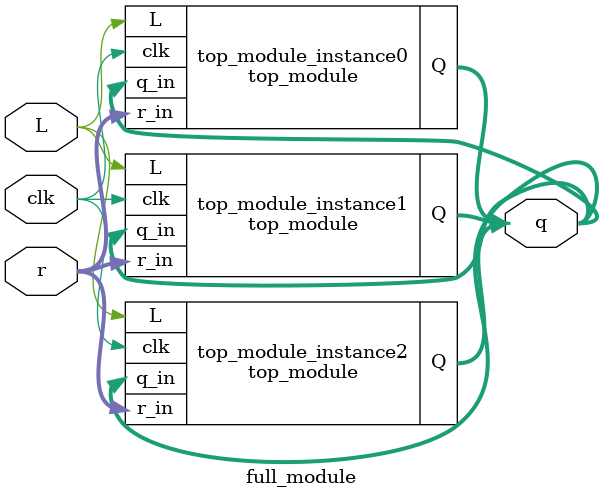
<source format=sv>
module top_module(
    input clk,
    input L,
    input [2:0] q_in,
    input [2:0] r_in,
    output reg [2:0] Q
);

    always @(posedge clk) begin
        if (L) begin
            Q <= r_in;
        end else begin
            Q <= {Q[1] ^ Q[2], Q[0], Q[2]};
        end
    end

endmodule
module full_module (
    input [2:0] r,
    input L,
    input clk,
    output reg [2:0] q
);

    top_module top_module_instance0 (
        .clk(clk),
        .L(L),
        .q_in(q),
        .r_in(r),
        .Q(q)
    );

    top_module top_module_instance1 (
        .clk(clk),
        .L(L),
        .q_in(q),
        .r_in(r),
        .Q(q)
    );

    top_module top_module_instance2 (
        .clk(clk),
        .L(L),
        .q_in(q),
        .r_in(r),
        .Q(q)
    );

endmodule

</source>
